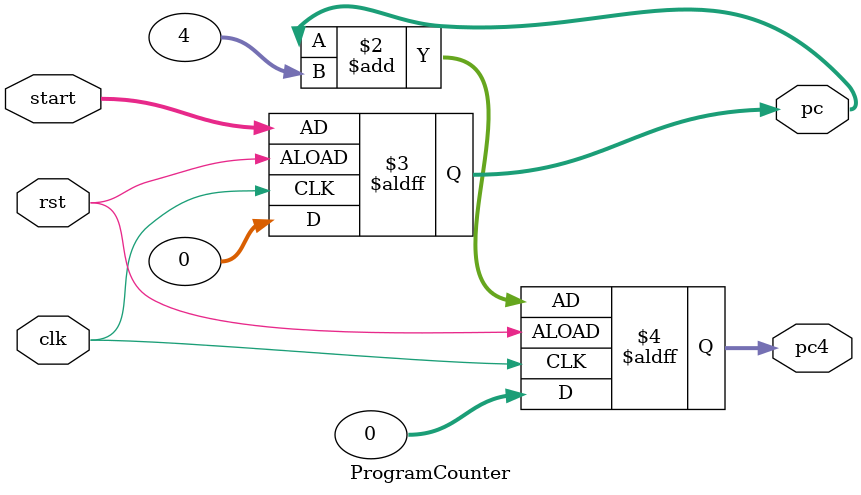
<source format=sv>
module ProgramCounter (
    input wire clk,
    input wire rst,
    input wire [31:0] start,
    output reg [31:0] pc,
    output reg [31:0] pc4
);
    always @(posedge clk or negedge rst) begin
        if (rst) begin
            pc4 <= 0;
            pc <= 0;
        end else begin
            pc4 <= pc + 4;
            pc <= start;
        end
    end

endmodule

</source>
